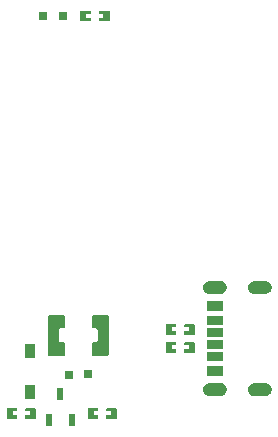
<source format=gtp>
G04 Layer: TopPasteMaskLayer*
G04 Panelize: Stamp Hole, Column: 2, Row: 2, Board Size: 58.42mm x 58.42mm, Panelized Board Size: 122.84mm x 122.84mm*
G04 EasyEDA v6.5.34, 2023-08-01 23:33:27*
G04 8882f614003f49ca997d8dc6e28bf5ec,5a6b42c53f6a479593ecc07194224c93,10*
G04 Gerber Generator version 0.2*
G04 Scale: 100 percent, Rotated: No, Reflected: No *
G04 Dimensions in millimeters *
G04 leading zeros omitted , absolute positions ,4 integer and 5 decimal *
%FSLAX45Y45*%
%MOMM*%

%ADD10R,0.9500X1.2000*%
%ADD11R,0.8000X0.8000*%
%ADD12R,0.5320X1.0375*%

%LPD*%
G36*
X4268622Y5696508D02*
G01*
X4263593Y5691479D01*
X4263593Y5668721D01*
X4300575Y5668721D01*
X4300575Y5635701D01*
X4263593Y5635701D01*
X4263593Y5611520D01*
X4268622Y5606491D01*
X4348581Y5606491D01*
X4353610Y5611520D01*
X4353610Y5691479D01*
X4348581Y5696508D01*
G37*
G36*
X4109618Y5696508D02*
G01*
X4104589Y5691479D01*
X4104589Y5611520D01*
X4109618Y5606491D01*
X4188612Y5606491D01*
X4193590Y5611520D01*
X4193590Y5635701D01*
X4155592Y5635701D01*
X4155592Y5668721D01*
X4193590Y5668721D01*
X4193590Y5691479D01*
X4188612Y5696508D01*
G37*
G36*
X4992471Y3042208D02*
G01*
X4987493Y3037179D01*
X4987493Y3014421D01*
X5024475Y3014421D01*
X5024475Y2981401D01*
X4987493Y2981401D01*
X4987493Y2957169D01*
X4992471Y2952191D01*
X5072481Y2952191D01*
X5077510Y2957169D01*
X5077510Y3037179D01*
X5072481Y3042208D01*
G37*
G36*
X4833518Y3042208D02*
G01*
X4828489Y3037179D01*
X4828489Y2957169D01*
X4833518Y2952191D01*
X4912512Y2952191D01*
X4917490Y2957169D01*
X4917490Y2981401D01*
X4879492Y2981401D01*
X4879492Y3014421D01*
X4917490Y3014421D01*
X4917490Y3037179D01*
X4912512Y3042208D01*
G37*
G36*
X4992471Y2889808D02*
G01*
X4987493Y2884779D01*
X4987493Y2862021D01*
X5024475Y2862021D01*
X5024475Y2829001D01*
X4987493Y2829001D01*
X4987493Y2804769D01*
X4992471Y2799791D01*
X5072481Y2799791D01*
X5077510Y2804769D01*
X5077510Y2884779D01*
X5072481Y2889808D01*
G37*
G36*
X4833518Y2889808D02*
G01*
X4828489Y2884779D01*
X4828489Y2804769D01*
X4833518Y2799791D01*
X4912512Y2799791D01*
X4917490Y2804769D01*
X4917490Y2829001D01*
X4879492Y2829001D01*
X4879492Y2862021D01*
X4917490Y2862021D01*
X4917490Y2884779D01*
X4912512Y2889808D01*
G37*
G36*
X3646271Y2331008D02*
G01*
X3641293Y2325979D01*
X3641293Y2303170D01*
X3678275Y2303170D01*
X3678275Y2270201D01*
X3641293Y2270201D01*
X3641293Y2245969D01*
X3646271Y2240991D01*
X3726281Y2240991D01*
X3731310Y2245969D01*
X3731310Y2325979D01*
X3726281Y2331008D01*
G37*
G36*
X3487318Y2331008D02*
G01*
X3482289Y2325979D01*
X3482289Y2245969D01*
X3487318Y2240991D01*
X3566312Y2240991D01*
X3571290Y2245969D01*
X3571290Y2270201D01*
X3533292Y2270201D01*
X3533292Y2303170D01*
X3571290Y2303170D01*
X3571290Y2325979D01*
X3566312Y2331008D01*
G37*
G36*
X4332071Y2331008D02*
G01*
X4327093Y2325979D01*
X4327093Y2303170D01*
X4364075Y2303170D01*
X4364075Y2270201D01*
X4327093Y2270201D01*
X4327093Y2245969D01*
X4332071Y2240991D01*
X4412081Y2240991D01*
X4417110Y2245969D01*
X4417110Y2325979D01*
X4412081Y2331008D01*
G37*
G36*
X4173118Y2331008D02*
G01*
X4168089Y2325979D01*
X4168089Y2245969D01*
X4173118Y2240991D01*
X4252112Y2240991D01*
X4257090Y2245969D01*
X4257090Y2270201D01*
X4219092Y2270201D01*
X4219092Y2303170D01*
X4257090Y2303170D01*
X4257090Y2325979D01*
X4252112Y2331008D01*
G37*
G36*
X3843731Y3121355D02*
G01*
X3833723Y3111347D01*
X3833723Y2781452D01*
X3843731Y2771444D01*
X3964381Y2771444D01*
X3974388Y2781452D01*
X3974388Y2876905D01*
X3964381Y2886913D01*
X3936542Y2886913D01*
X3926586Y2896920D01*
X3926586Y2995879D01*
X3936542Y3005886D01*
X3964381Y3005886D01*
X3974388Y3015894D01*
X3974388Y3111347D01*
X3964381Y3121355D01*
G37*
G36*
X4214368Y3121355D02*
G01*
X4204411Y3111347D01*
X4204411Y3015894D01*
X4214368Y3005886D01*
X4242206Y3005886D01*
X4252214Y2995879D01*
X4252214Y2896920D01*
X4242206Y2886913D01*
X4214368Y2886913D01*
X4204411Y2876905D01*
X4204411Y2781452D01*
X4214368Y2771444D01*
X4335068Y2771444D01*
X4345076Y2781452D01*
X4345076Y3111347D01*
X4335068Y3121355D01*
G37*
G36*
X5200650Y3408019D02*
G01*
X5193893Y3407562D01*
X5187238Y3406343D01*
X5183987Y3405428D01*
X5177688Y3402939D01*
X5174640Y3401466D01*
X5168900Y3397910D01*
X5163616Y3393643D01*
X5158892Y3388766D01*
X5154828Y3383381D01*
X5151424Y3377539D01*
X5148783Y3371291D01*
X5146954Y3364788D01*
X5145887Y3358083D01*
X5145684Y3351326D01*
X5145887Y3347923D01*
X5146954Y3341217D01*
X5148783Y3334715D01*
X5151424Y3328466D01*
X5154828Y3322624D01*
X5158892Y3317189D01*
X5163616Y3312363D01*
X5168900Y3308096D01*
X5174640Y3304540D01*
X5180787Y3301695D01*
X5187238Y3299663D01*
X5193893Y3298393D01*
X5200650Y3297986D01*
X5294071Y3298088D01*
X5300776Y3298951D01*
X5307330Y3300577D01*
X5313680Y3303015D01*
X5319623Y3306216D01*
X5325160Y3310128D01*
X5330139Y3314700D01*
X5334558Y3319830D01*
X5338318Y3325520D01*
X5341315Y3331565D01*
X5343601Y3337966D01*
X5345023Y3344570D01*
X5345633Y3351326D01*
X5345430Y3358083D01*
X5344414Y3364788D01*
X5342534Y3371291D01*
X5339892Y3377539D01*
X5336540Y3383381D01*
X5332425Y3388766D01*
X5327751Y3393643D01*
X5322468Y3397910D01*
X5316677Y3401466D01*
X5310530Y3404260D01*
X5307330Y3405428D01*
X5300776Y3407054D01*
X5294071Y3407918D01*
G37*
G36*
X5200650Y2544013D02*
G01*
X5193893Y2543556D01*
X5187238Y2542336D01*
X5183987Y2541422D01*
X5177688Y2538933D01*
X5174640Y2537460D01*
X5168900Y2533904D01*
X5163616Y2529636D01*
X5158892Y2524760D01*
X5154828Y2519375D01*
X5151424Y2513533D01*
X5148783Y2507284D01*
X5146954Y2500782D01*
X5145887Y2494076D01*
X5145684Y2487320D01*
X5145887Y2483916D01*
X5146954Y2477211D01*
X5148783Y2470708D01*
X5151424Y2464460D01*
X5154828Y2458618D01*
X5158892Y2453182D01*
X5163616Y2448356D01*
X5168900Y2444089D01*
X5174640Y2440533D01*
X5180787Y2437688D01*
X5187238Y2435656D01*
X5193893Y2434386D01*
X5200650Y2433980D01*
X5294071Y2434082D01*
X5300776Y2434945D01*
X5307330Y2436571D01*
X5313680Y2439009D01*
X5319623Y2442210D01*
X5325160Y2446121D01*
X5330139Y2450693D01*
X5334558Y2455824D01*
X5338318Y2461514D01*
X5341315Y2467559D01*
X5343601Y2473960D01*
X5345023Y2480564D01*
X5345633Y2487320D01*
X5345430Y2494076D01*
X5344414Y2500782D01*
X5342534Y2507284D01*
X5339892Y2513533D01*
X5336540Y2519375D01*
X5332425Y2524760D01*
X5327751Y2529636D01*
X5322468Y2533904D01*
X5316677Y2537460D01*
X5310530Y2540254D01*
X5307330Y2541422D01*
X5300776Y2543048D01*
X5294071Y2543911D01*
G37*
G36*
X5580684Y2544013D02*
G01*
X5577281Y2543911D01*
X5570575Y2543048D01*
X5564022Y2541422D01*
X5557672Y2538933D01*
X5551728Y2535732D01*
X5548884Y2533904D01*
X5543651Y2529636D01*
X5538927Y2524760D01*
X5534812Y2519375D01*
X5531459Y2513533D01*
X5528818Y2507284D01*
X5526938Y2500782D01*
X5525922Y2494076D01*
X5525719Y2487320D01*
X5526328Y2480564D01*
X5526938Y2477211D01*
X5528818Y2470708D01*
X5531459Y2464460D01*
X5534812Y2458618D01*
X5538927Y2453182D01*
X5543651Y2448356D01*
X5548884Y2444089D01*
X5554675Y2440533D01*
X5560822Y2437688D01*
X5567273Y2435656D01*
X5573928Y2434386D01*
X5580684Y2433980D01*
X5674055Y2434082D01*
X5677458Y2434386D01*
X5684113Y2435656D01*
X5690565Y2437688D01*
X5696712Y2440533D01*
X5702452Y2444089D01*
X5707735Y2448356D01*
X5712460Y2453182D01*
X5716524Y2458618D01*
X5719927Y2464460D01*
X5722569Y2470708D01*
X5724398Y2477211D01*
X5725464Y2483916D01*
X5725668Y2490673D01*
X5725058Y2497429D01*
X5723585Y2504033D01*
X5721350Y2510434D01*
X5718302Y2516479D01*
X5714593Y2522118D01*
X5710174Y2527300D01*
X5705144Y2531821D01*
X5702452Y2533904D01*
X5696712Y2537460D01*
X5690565Y2540254D01*
X5687364Y2541422D01*
X5680811Y2543048D01*
X5674055Y2543911D01*
G37*
G36*
X5580684Y3408019D02*
G01*
X5577281Y3407918D01*
X5570575Y3407054D01*
X5564022Y3405428D01*
X5557672Y3402939D01*
X5551728Y3399739D01*
X5548884Y3397910D01*
X5543651Y3393643D01*
X5538927Y3388766D01*
X5534812Y3383381D01*
X5531459Y3377539D01*
X5528818Y3371291D01*
X5526938Y3364788D01*
X5525922Y3358083D01*
X5525719Y3351326D01*
X5526328Y3344570D01*
X5526938Y3341217D01*
X5528818Y3334715D01*
X5531459Y3328466D01*
X5534812Y3322624D01*
X5538927Y3317189D01*
X5543651Y3312363D01*
X5548884Y3308096D01*
X5554675Y3304540D01*
X5560822Y3301695D01*
X5567273Y3299663D01*
X5573928Y3298393D01*
X5580684Y3297986D01*
X5674055Y3298088D01*
X5677458Y3298393D01*
X5684113Y3299663D01*
X5690565Y3301695D01*
X5696712Y3304540D01*
X5702452Y3308096D01*
X5707735Y3312363D01*
X5712460Y3317189D01*
X5716524Y3322624D01*
X5719927Y3328466D01*
X5722569Y3334715D01*
X5724398Y3341217D01*
X5725464Y3347923D01*
X5725668Y3354679D01*
X5725058Y3361436D01*
X5723585Y3368040D01*
X5721350Y3374440D01*
X5718302Y3380486D01*
X5714593Y3386124D01*
X5710174Y3391306D01*
X5705144Y3395827D01*
X5702452Y3397910D01*
X5696712Y3401466D01*
X5690565Y3404260D01*
X5687364Y3405428D01*
X5680811Y3407054D01*
X5674055Y3407918D01*
G37*
G36*
X5175910Y2910992D02*
G01*
X5175910Y2830982D01*
X5315915Y2830982D01*
X5315915Y2910992D01*
G37*
G36*
X5175910Y3010966D02*
G01*
X5175910Y2931007D01*
X5315915Y2931007D01*
X5315915Y3010966D01*
G37*
G36*
X5175758Y3112973D02*
G01*
X5175758Y3033014D01*
X5315762Y3033014D01*
X5315762Y3112973D01*
G37*
G36*
X5175504Y2808986D02*
G01*
X5175504Y2728976D01*
X5315508Y2728976D01*
X5315508Y2808986D01*
G37*
G36*
X5175656Y3236010D02*
G01*
X5175656Y3156000D01*
X5315661Y3156000D01*
X5315661Y3236010D01*
G37*
G36*
X5175656Y2685999D02*
G01*
X5175656Y2605989D01*
X5315661Y2605989D01*
X5315661Y2685999D01*
G37*
D10*
G01*
X3683863Y2811602D03*
G01*
X3683863Y2471597D03*
D11*
G01*
X4169333Y2616530D03*
G01*
X4009440Y2615844D03*
G01*
X3958590Y5651500D03*
G01*
X3788409Y5651500D03*
D12*
G01*
X3841978Y2226665D03*
G01*
X4031995Y2226665D03*
G01*
X3937000Y2446909D03*
M02*

</source>
